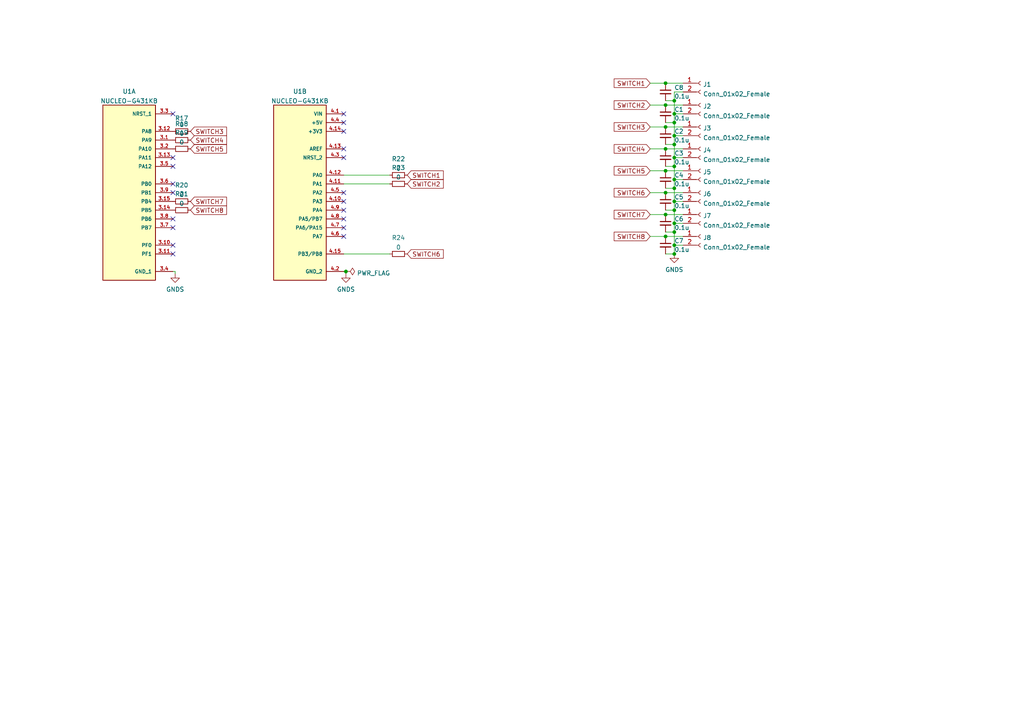
<source format=kicad_sch>
(kicad_sch (version 20230121) (generator eeschema)
  (paper "A4")
  (lib_symbols
    (symbol "Connector:Conn_01x02_Female" (pin_names (offset 1.016) hide)
      (property "Reference" "J" (at 0 2.54 0))
      (property "Value" "Conn_01x02_Female" (at 0 -5.08 0))
      (symbol "Conn_01x02_Female_1_1"
        (arc (start 0 -2.032) (mid -0.5058 -2.54) (end 0 -3.048) (stroke (width 0.1524)))
        (polyline (pts (xy -1.27 -2.54) (xy -0.508 -2.54)) (stroke (width 0.1524)))
        (polyline (pts (xy -1.27 0) (xy -0.508 0)) (stroke (width 0.1524)))
        (arc (start 0 0.508) (mid -0.5058 0) (end 0 -0.508) (stroke (width 0.1524)))
        (pin passive line (at -5.08 0 0) (length 3.81) (name "Pin_1") (number "1"))
        (pin passive line (at -5.08 -2.54 0) (length 3.81) (name "Pin_2") (number "2"))
      )
    )
    (symbol "Device:C_Small" (pin_numbers hide) (pin_names (offset 0.254) hide)
      (property "Reference" "C" (at 0.254 1.778 0))
      (property "Value" "C_Small" (at 0.254 -2.032 0))
      (symbol "C_Small_0_1"
        (polyline (pts (xy -1.524 -0.508) (xy 1.524 -0.508)) (stroke (width 0.3302)))
        (polyline (pts (xy -1.524 0.508) (xy 1.524 0.508)) (stroke (width 0.3048)))
      )
      (symbol "C_Small_1_1"
        (pin passive line (at 0 2.54 270) (length 2.032) (name "~") (number "1"))
        (pin passive line (at 0 -2.54 90) (length 2.032) (name "~") (number "2"))
      )
    )
    (symbol "Device:R_Small" (pin_numbers hide) (pin_names (offset 0.254) hide)
      (property "Reference" "R" (at 0.762 0.508 0))
      (property "Value" "R_Small" (at 0.762 -1.016 0))
      (symbol "R_Small_0_1"
        (rectangle (start -0.762 1.778) (end 0.762 -1.778) (stroke (width 0.2032)))
      )
      (symbol "R_Small_1_1"
        (pin passive line (at 0 2.54 270) (length 0.762) (name "~") (number "1"))
        (pin passive line (at 0 -2.54 90) (length 0.762) (name "~") (number "2"))
      )
    )
    (symbol "NUCLEO-G431KB:NUCLEO-G431KB" (pin_names (offset 1.016))
      (property "Reference" "U1" (at 0 29.3665 0))
      (property "Value" "NUCLEO-G431KB" (at 0 26.5914 0))
      (symbol "NUCLEO-G431KB_1_0"
        (rectangle (start -7.62 25.4) (end 7.62 -25.4) (stroke (width 0.254)) (fill (type background)))
        (pin bidirectional line (at 12.7 15.24 180) (length 5.08) (name "PA9") (number "3.1"))
        (pin bidirectional line (at 12.7 -15.24 180) (length 5.08) (name "PF0") (number "3.10"))
        (pin bidirectional line (at 12.7 -17.78 180) (length 5.08) (name "PF1") (number "3.11"))
        (pin bidirectional line (at 12.7 17.78 180) (length 5.08) (name "PA8") (number "3.12"))
        (pin bidirectional line (at 12.7 10.16 180) (length 5.08) (name "PA11") (number "3.13"))
        (pin bidirectional line (at 12.7 -5.08 180) (length 5.08) (name "PB5") (number "3.14"))
        (pin bidirectional line (at 12.7 -2.54 180) (length 5.08) (name "PB4") (number "3.15"))
        (pin bidirectional line (at 12.7 12.7 180) (length 5.08) (name "PA10") (number "3.2"))
        (pin bidirectional line (at 12.7 22.86 180) (length 5.08) (name "NRST_1") (number "3.3"))
        (pin power_in line (at 12.7 -22.86 180) (length 5.08) (name "GND_1") (number "3.4"))
        (pin bidirectional line (at 12.7 7.62 180) (length 5.08) (name "PA12") (number "3.5"))
        (pin bidirectional line (at 12.7 2.54 180) (length 5.08) (name "PB0") (number "3.6"))
        (pin bidirectional line (at 12.7 -10.16 180) (length 5.08) (name "PB7") (number "3.7"))
        (pin bidirectional line (at 12.7 -7.62 180) (length 5.08) (name "PB6") (number "3.8"))
        (pin bidirectional line (at 12.7 0 180) (length 5.08) (name "PB1") (number "3.9"))
      )
      (symbol "NUCLEO-G431KB_2_0"
        (rectangle (start -7.62 -25.4) (end 7.62 25.4) (stroke (width 0.254)) (fill (type background)))
        (pin power_in line (at 12.7 22.86 180) (length 5.08) (name "VIN") (number "4.1"))
        (pin bidirectional line (at 12.7 -2.54 180) (length 5.08) (name "PA3") (number "4.10"))
        (pin bidirectional line (at 12.7 2.54 180) (length 5.08) (name "PA1") (number "4.11"))
        (pin bidirectional line (at 12.7 5.08 180) (length 5.08) (name "PA0") (number "4.12"))
        (pin bidirectional line (at 12.7 12.7 180) (length 5.08) (name "AREF") (number "4.13"))
        (pin power_in line (at 12.7 17.78 180) (length 5.08) (name "+3V3") (number "4.14"))
        (pin bidirectional line (at 12.7 -17.78 180) (length 5.08) (name "PB3/PB8") (number "4.15"))
        (pin power_in line (at 12.7 -22.86 180) (length 5.08) (name "GND_2") (number "4.2"))
        (pin bidirectional line (at 12.7 10.16 180) (length 5.08) (name "NRST_2") (number "4.3"))
        (pin power_in line (at 12.7 20.32 180) (length 5.08) (name "+5V") (number "4.4"))
        (pin bidirectional line (at 12.7 0 180) (length 5.08) (name "PA2") (number "4.5"))
        (pin bidirectional line (at 12.7 -12.7 180) (length 5.08) (name "PA7") (number "4.6"))
        (pin bidirectional line (at 12.7 -10.16 180) (length 5.08) (name "PA6/PA15") (number "4.7"))
        (pin bidirectional line (at 12.7 -7.62 180) (length 5.08) (name "PA5/PB7") (number "4.8"))
        (pin bidirectional line (at 12.7 -5.08 180) (length 5.08) (name "PA4") (number "4.9"))
      )
    )
    (symbol "NUCLEO-G431KB_1" (pin_names (offset 1.016))
      (property "Reference" "U1" (at 0 29.3665 0))
      (property "Value" "NUCLEO-G431KB" (at 0 26.5914 0))
      (symbol "NUCLEO-G431KB_1_1_0"
        (rectangle (start -7.62 25.4) (end 7.62 -25.4) (stroke (width 0.254)) (fill (type background)))
        (pin bidirectional line (at 12.7 15.24 180) (length 5.08) (name "PA9") (number "3.1"))
        (pin bidirectional line (at 12.7 -15.24 180) (length 5.08) (name "PF0") (number "3.10"))
        (pin bidirectional line (at 12.7 -17.78 180) (length 5.08) (name "PF1") (number "3.11"))
        (pin bidirectional line (at 12.7 17.78 180) (length 5.08) (name "PA8") (number "3.12"))
        (pin bidirectional line (at 12.7 10.16 180) (length 5.08) (name "PA11") (number "3.13"))
        (pin bidirectional line (at 12.7 -5.08 180) (length 5.08) (name "PB5") (number "3.14"))
        (pin bidirectional line (at 12.7 -2.54 180) (length 5.08) (name "PB4") (number "3.15"))
        (pin bidirectional line (at 12.7 12.7 180) (length 5.08) (name "PA10") (number "3.2"))
        (pin bidirectional line (at 12.7 22.86 180) (length 5.08) (name "NRST_1") (number "3.3"))
        (pin power_in line (at 12.7 -22.86 180) (length 5.08) (name "GND_1") (number "3.4"))
        (pin bidirectional line (at 12.7 7.62 180) (length 5.08) (name "PA12") (number "3.5"))
        (pin bidirectional line (at 12.7 2.54 180) (length 5.08) (name "PB0") (number "3.6"))
        (pin bidirectional line (at 12.7 -10.16 180) (length 5.08) (name "PB7") (number "3.7"))
        (pin bidirectional line (at 12.7 -7.62 180) (length 5.08) (name "PB6") (number "3.8"))
        (pin bidirectional line (at 12.7 0 180) (length 5.08) (name "PB1") (number "3.9"))
      )
      (symbol "NUCLEO-G431KB_1_2_0"
        (rectangle (start -7.62 -25.4) (end 7.62 25.4) (stroke (width 0.254)) (fill (type background)))
        (pin power_in line (at 12.7 22.86 180) (length 5.08) (name "VIN") (number "4.1"))
        (pin bidirectional line (at 12.7 -2.54 180) (length 5.08) (name "PA3") (number "4.10"))
        (pin bidirectional line (at 12.7 2.54 180) (length 5.08) (name "PA1") (number "4.11"))
        (pin bidirectional line (at 12.7 5.08 180) (length 5.08) (name "PA0") (number "4.12"))
        (pin bidirectional line (at 12.7 12.7 180) (length 5.08) (name "AREF") (number "4.13"))
        (pin power_in line (at 12.7 17.78 180) (length 5.08) (name "+3V3") (number "4.14"))
        (pin bidirectional line (at 12.7 -17.78 180) (length 5.08) (name "PB3/PB8") (number "4.15"))
        (pin power_in line (at 12.7 -22.86 180) (length 5.08) (name "GND_2") (number "4.2"))
        (pin bidirectional line (at 12.7 10.16 180) (length 5.08) (name "NRST_2") (number "4.3"))
        (pin power_in line (at 12.7 20.32 180) (length 5.08) (name "+5V") (number "4.4"))
        (pin bidirectional line (at 12.7 0 180) (length 5.08) (name "PA2") (number "4.5"))
        (pin bidirectional line (at 12.7 -12.7 180) (length 5.08) (name "PA7") (number "4.6"))
        (pin bidirectional line (at 12.7 -10.16 180) (length 5.08) (name "PA6/PA15") (number "4.7"))
        (pin bidirectional line (at 12.7 -7.62 180) (length 5.08) (name "PA5/PB7") (number "4.8"))
        (pin bidirectional line (at 12.7 -5.08 180) (length 5.08) (name "PA4") (number "4.9"))
      )
    )
    (symbol "power:GNDS" (power) (pin_names (offset 0))
      (property "Value" "GNDS" (at 0 -3.81 0))
      (symbol "GNDS_0_1"
        (polyline (pts (xy 0 0) (xy 0 -1.27) (xy 1.27 -1.27) (xy 0 -2.54) (xy -1.27 -1.27) (xy 0 -1.27)))
      )
      (symbol "GNDS_1_1"
        (pin power_in line (at 0 0 270) (length 0) hide (name "GNDS") (number "1"))
      )
    )
    (symbol "power:PWR_FLAG" (power) (pin_numbers hide) (pin_names (offset 0) hide)
      (property "Value" "PWR_FLAG" (at 0 3.81 0))
      (symbol "PWR_FLAG_0_0"
        (pin power_out line (at 0 0 90) (length 0) (name "pwr") (number "1"))
      )
      (symbol "PWR_FLAG_0_1"
        (polyline (pts (xy 0 0) (xy 0 1.27) (xy -1.016 1.905) (xy 0 2.54) (xy 1.016 1.905) (xy 0 1.27)))
      )
    )
  )
  (junction (at 195.58 29.21))
  (junction (at 195.58 41.91))
  (junction (at 195.58 52.07))
  (junction (at 195.58 45.72))
  (junction (at 195.58 33.02))
  (junction (at 193.04 43.18))
  (junction (at 195.58 60.96))
  (junction (at 195.58 64.77))
  (junction (at 195.58 73.66))
  (junction (at 195.58 35.56))
  (junction (at 195.58 71.12))
  (junction (at 193.04 49.53))
  (junction (at 193.04 30.48))
  (junction (at 195.58 48.26))
  (junction (at 193.04 36.83))
  (junction (at 195.58 67.31))
  (junction (at 195.58 39.37))
  (junction (at 195.58 54.61))
  (junction (at 193.04 24.13))
  (junction (at 193.04 68.58))
  (junction (at 195.58 58.42))
  (junction (at 100.33 78.74))
  (junction (at 193.04 62.23))
  (junction (at 193.04 55.88))
  (no_connect (at 99.695 45.72))
  (no_connect (at 99.695 43.18))
  (no_connect (at 50.165 45.72))
  (no_connect (at 50.165 33.02))
  (no_connect (at 50.165 53.34))
  (no_connect (at 50.165 55.88))
  (no_connect (at 50.165 63.5))
  (no_connect (at 50.165 66.04))
  (no_connect (at 50.165 48.26))
  (no_connect (at 50.165 71.12))
  (no_connect (at 50.165 73.66))
  (no_connect (at 99.695 35.56))
  (no_connect (at 99.695 38.1))
  (no_connect (at 99.695 33.02))
  (no_connect (at 99.695 63.5))
  (no_connect (at 99.695 68.58))
  (no_connect (at 99.695 60.96))
  (no_connect (at 99.695 66.04))
  (no_connect (at 99.695 55.88))
  (no_connect (at 99.695 58.42))
  (wire (pts (xy 198.12 26.67) (xy 195.58 26.67)))
  (wire (pts (xy 195.58 39.37) (xy 198.12 39.37)))
  (wire (pts (xy 193.04 60.96) (xy 195.58 60.96)))
  (wire (pts (xy 113.03 50.8) (xy 99.695 50.8)))
  (wire (pts (xy 193.04 62.23) (xy 198.12 62.23)))
  (wire (pts (xy 188.595 49.53) (xy 193.04 49.53)))
  (wire (pts (xy 193.04 35.56) (xy 195.58 35.56)))
  (wire (pts (xy 195.58 64.77) (xy 195.58 67.31)))
  (wire (pts (xy 195.58 60.96) (xy 195.58 64.77)))
  (wire (pts (xy 188.595 62.23) (xy 193.04 62.23)))
  (wire (pts (xy 193.04 36.83) (xy 198.12 36.83)))
  (wire (pts (xy 195.58 29.21) (xy 195.58 33.02)))
  (wire (pts (xy 195.58 26.67) (xy 195.58 29.21)))
  (wire (pts (xy 195.58 52.07) (xy 195.58 54.61)))
  (wire (pts (xy 188.595 68.58) (xy 193.04 68.58)))
  (wire (pts (xy 195.58 33.02) (xy 198.12 33.02)))
  (wire (pts (xy 195.58 48.26) (xy 195.58 52.07)))
  (wire (pts (xy 195.58 71.12) (xy 195.58 73.66)))
  (wire (pts (xy 188.595 43.18) (xy 193.04 43.18)))
  (wire (pts (xy 100.33 78.74) (xy 100.33 79.375)))
  (wire (pts (xy 193.04 54.61) (xy 195.58 54.61)))
  (wire (pts (xy 195.58 71.12) (xy 198.12 71.12)))
  (wire (pts (xy 195.58 45.72) (xy 195.58 48.26)))
  (wire (pts (xy 113.03 73.66) (xy 99.695 73.66)))
  (wire (pts (xy 195.58 67.31) (xy 195.58 71.12)))
  (wire (pts (xy 188.595 36.83) (xy 193.04 36.83)))
  (wire (pts (xy 195.58 64.77) (xy 198.12 64.77)))
  (wire (pts (xy 193.04 67.31) (xy 195.58 67.31)))
  (wire (pts (xy 195.58 45.72) (xy 198.12 45.72)))
  (wire (pts (xy 99.695 78.74) (xy 100.33 78.74)))
  (wire (pts (xy 193.04 24.13) (xy 198.12 24.13)))
  (wire (pts (xy 50.165 78.74) (xy 50.8 78.74)))
  (wire (pts (xy 195.58 41.91) (xy 195.58 45.72)))
  (wire (pts (xy 188.595 55.88) (xy 193.04 55.88)))
  (wire (pts (xy 193.04 43.18) (xy 198.12 43.18)))
  (wire (pts (xy 195.58 33.02) (xy 195.58 35.56)))
  (wire (pts (xy 193.04 48.26) (xy 195.58 48.26)))
  (wire (pts (xy 193.04 49.53) (xy 198.12 49.53)))
  (wire (pts (xy 113.03 53.34) (xy 99.695 53.34)))
  (wire (pts (xy 193.04 30.48) (xy 198.12 30.48)))
  (wire (pts (xy 195.58 73.66) (xy 193.04 73.66)))
  (wire (pts (xy 193.04 68.58) (xy 198.12 68.58)))
  (wire (pts (xy 195.58 54.61) (xy 195.58 58.42)))
  (wire (pts (xy 50.8 78.74) (xy 50.8 79.375)))
  (wire (pts (xy 188.595 30.48) (xy 193.04 30.48)))
  (wire (pts (xy 193.04 55.88) (xy 198.12 55.88)))
  (wire (pts (xy 188.595 24.13) (xy 193.04 24.13)))
  (wire (pts (xy 193.04 41.91) (xy 195.58 41.91)))
  (wire (pts (xy 195.58 52.07) (xy 198.12 52.07)))
  (wire (pts (xy 195.58 35.56) (xy 195.58 39.37)))
  (wire (pts (xy 195.58 58.42) (xy 195.58 60.96)))
  (wire (pts (xy 195.58 39.37) (xy 195.58 41.91)))
  (wire (pts (xy 195.58 58.42) (xy 198.12 58.42)))
  (wire (pts (xy 195.58 29.21) (xy 193.04 29.21)))
  (global_label "SWITCH7" (shape input) (at 188.595 62.23 180) (property "Intersheetrefs" "${INTERSHEET_REFS}" (effects hide)))
  (global_label "SWITCH8" (shape input) (at 55.245 60.96 0) (property "Intersheetrefs" "${INTERSHEET_REFS}" (effects hide)))
  (global_label "SWITCH5" (shape input) (at 188.595 49.53 180) (property "Intersheetrefs" "${INTERSHEET_REFS}" (effects hide)))
  (global_label "SWITCH3" (shape input) (at 188.595 36.83 180) (property "Intersheetrefs" "${INTERSHEET_REFS}" (effects hide)))
  (global_label "SWITCH8" (shape input) (at 188.595 68.58 180) (property "Intersheetrefs" "${INTERSHEET_REFS}" (effects hide)))
  (global_label "SWITCH4" (shape input) (at 55.245 40.64 0) (property "Intersheetrefs" "${INTERSHEET_REFS}" (effects hide)))
  (global_label "SWITCH5" (shape input) (at 55.245 43.18 0) (property "Intersheetrefs" "${INTERSHEET_REFS}" (effects hide)))
  (global_label "SWITCH2" (shape input) (at 118.11 53.34 0) (property "Intersheetrefs" "${INTERSHEET_REFS}" (effects hide)))
  (global_label "SWITCH2" (shape input) (at 188.595 30.48 180) (property "Intersheetrefs" "${INTERSHEET_REFS}" (effects hide)))
  (global_label "SWITCH6" (shape input) (at 188.595 55.88 180) (property "Intersheetrefs" "${INTERSHEET_REFS}" (effects hide)))
  (global_label "SWITCH1" (shape input) (at 118.11 50.8 0) (property "Intersheetrefs" "${INTERSHEET_REFS}" (effects hide)))
  (global_label "SWITCH7" (shape input) (at 55.245 58.42 0) (property "Intersheetrefs" "${INTERSHEET_REFS}" (effects hide)))
  (global_label "SWITCH3" (shape input) (at 55.245 38.1 0) (property "Intersheetrefs" "${INTERSHEET_REFS}" (effects hide)))
  (global_label "SWITCH4" (shape input) (at 188.595 43.18 180) (property "Intersheetrefs" "${INTERSHEET_REFS}" (effects hide)))
  (global_label "SWITCH6" (shape input) (at 118.11 73.66 0) (property "Intersheetrefs" "${INTERSHEET_REFS}" (effects hide)))
  (global_label "SWITCH1" (shape input) (at 188.595 24.13 180) (property "Intersheetrefs" "${INTERSHEET_REFS}" (effects hide)))
  (symbol (lib_id "Device:C_Small") (at 193.04 26.67 0) (unit 1)
    (property "Reference" "C8" (at 195.58 25.4063 0) (effects (justify left)))
    (property "Value" "0.1u" (at 195.58 27.9463 0) (effects (justify left)))
    (property "Footprint" "Capacitor_SMD:C_0603_1608Metric" (effects hide))
  )
  (symbol (lib_id "Device:C_Small") (at 193.04 71.12 0) (unit 1)
    (property "Reference" "C7" (at 195.58 69.8563 0) (effects (justify left)))
    (property "Value" "0.1u" (at 195.58 72.3963 0) (effects (justify left)))
    (property "Footprint" "Capacitor_SMD:C_0603_1608Metric" (effects hide))
  )
  (symbol (lib_id "Connector:Conn_01x02_Female") (at 203.2 68.58 0) (unit 1)
    (property "Reference" "J8" (at 203.9112 68.9415 0) (effects (justify left)))
    (property "Value" "Conn_01x02_Female" (at 203.9112 71.7166 0) (effects (justify left)))
    (property "Footprint" "Connector_JST:JST_XA_S02B-XASK-1_1x02_P2.50mm_Horizontal" (effects hide))
  )
  (symbol (lib_id "Device:C_Small") (at 193.04 39.37 0) (unit 1)
    (property "Reference" "C2" (at 195.58 38.1063 0) (effects (justify left)))
    (property "Value" "0.1u" (at 195.58 40.6463 0) (effects (justify left)))
    (property "Footprint" "Capacitor_SMD:C_0603_1608Metric" (effects hide))
  )
  (symbol (lib_id "Connector:Conn_01x02_Female") (at 203.2 55.88 0) (unit 1)
    (property "Reference" "J6" (at 203.9112 56.2415 0) (effects (justify left)))
    (property "Value" "Conn_01x02_Female" (at 203.9112 59.0166 0) (effects (justify left)))
    (property "Footprint" "Connector_JST:JST_XA_S02B-XASK-1_1x02_P2.50mm_Horizontal" (effects hide))
  )
  (symbol (lib_id "power:PWR_FLAG") (at 100.33 78.74 270) (unit 1)
    (property "Reference" "#FLG03" (effects hide))
    (property "Value" "PWR_FLAG" (at 103.505 79.219 90) (effects (justify left)))
  )
  (symbol (lib_id "power:GNDS") (at 50.8 79.375 0) (unit 1)
    (property "Reference" "#PWR01" (effects hide))
    (property "Value" "GNDS" (at 50.8 83.9375 0))
  )
  (symbol (lib_id "Device:R_Small") (at 115.57 50.8 90) (unit 1)
    (property "Reference" "R22" (at 115.57 46.0969 90))
    (property "Value" "0" (at 115.57 48.872 90))
    (property "Footprint" "Resistor_SMD:R_0603_1608Metric" (effects hide))
  )
  (symbol (lib_id "Device:R_Small") (at 52.705 60.96 90) (unit 1)
    (property "Reference" "R21" (at 52.705 56.2569 90))
    (property "Value" "0" (at 52.705 59.032 90))
    (property "Footprint" "Resistor_SMD:R_0603_1608Metric" (effects hide))
  )
  (symbol (lib_id "Device:R_Small") (at 115.57 53.34 90) (unit 1)
    (property "Reference" "R23" (at 115.57 48.6369 90))
    (property "Value" "0" (at 115.57 51.412 90))
    (property "Footprint" "Resistor_SMD:R_0603_1608Metric" (effects hide))
  )
  (symbol (lib_id "Connector:Conn_01x02_Female") (at 203.2 43.18 0) (unit 1)
    (property "Reference" "J4" (at 203.9112 43.5415 0) (effects (justify left)))
    (property "Value" "Conn_01x02_Female" (at 203.9112 46.3166 0) (effects (justify left)))
    (property "Footprint" "Connector_JST:JST_XA_S02B-XASK-1_1x02_P2.50mm_Horizontal" (effects hide))
  )
  (symbol (lib_id "Connector:Conn_01x02_Female") (at 203.2 30.48 0) (unit 1)
    (property "Reference" "J2" (at 203.9112 30.8415 0) (effects (justify left)))
    (property "Value" "Conn_01x02_Female" (at 203.9112 33.6166 0) (effects (justify left)))
    (property "Footprint" "Connector_JST:JST_XA_S02B-XASK-1_1x02_P2.50mm_Horizontal" (effects hide))
  )
  (symbol (lib_id "Connector:Conn_01x02_Female") (at 203.2 36.83 0) (unit 1)
    (property "Reference" "J3" (at 203.9112 37.1915 0) (effects (justify left)))
    (property "Value" "Conn_01x02_Female" (at 203.9112 39.9666 0) (effects (justify left)))
    (property "Footprint" "Connector_JST:JST_XA_S02B-XASK-1_1x02_P2.50mm_Horizontal" (effects hide))
  )
  (symbol (lib_id "Device:C_Small") (at 193.04 64.77 0) (unit 1)
    (property "Reference" "C6" (at 195.58 63.5063 0) (effects (justify left)))
    (property "Value" "0.1u" (at 195.58 66.0463 0) (effects (justify left)))
    (property "Footprint" "Capacitor_SMD:C_0603_1608Metric" (effects hide))
  )
  (symbol (lib_id "Device:R_Small") (at 52.705 43.18 90) (unit 1)
    (property "Reference" "R19" (at 52.705 38.4769 90))
    (property "Value" "0" (at 52.705 41.252 90))
    (property "Footprint" "Resistor_SMD:R_0603_1608Metric" (effects hide))
  )
  (symbol (lib_id "Device:C_Small") (at 193.04 58.42 0) (unit 1)
    (property "Reference" "C5" (at 195.58 57.1563 0) (effects (justify left)))
    (property "Value" "0.1u" (at 195.58 59.6963 0) (effects (justify left)))
    (property "Footprint" "Capacitor_SMD:C_0603_1608Metric" (effects hide))
  )
  (symbol (lib_id "power:GNDS") (at 100.33 79.375 0) (unit 1)
    (property "Reference" "#PWR02" (effects hide))
    (property "Value" "GNDS" (at 100.33 83.9375 0))
  )
  (symbol (lib_id "Connector:Conn_01x02_Female") (at 203.2 49.53 0) (unit 1)
    (property "Reference" "J5" (at 203.9112 49.8915 0) (effects (justify left)))
    (property "Value" "Conn_01x02_Female" (at 203.9112 52.6666 0) (effects (justify left)))
    (property "Footprint" "Connector_JST:JST_XA_S02B-XASK-1_1x02_P2.50mm_Horizontal" (effects hide))
  )
  (symbol (lib_id "Device:R_Small") (at 52.705 40.64 90) (unit 1)
    (property "Reference" "R18" (at 52.705 35.9369 90))
    (property "Value" "0" (at 52.705 38.712 90))
    (property "Footprint" "Resistor_SMD:R_0603_1608Metric" (effects hide))
  )
  (symbol (lib_id "power:GNDS") (at 195.58 73.66 0) (unit 1)
    (property "Reference" "#PWR05" (effects hide))
    (property "Value" "GNDS" (at 195.58 78.2225 0))
  )
  (symbol (lib_id "Device:R_Small") (at 52.705 38.1 90) (unit 1)
    (property "Reference" "R17" (at 52.705 34.29 90))
    (property "Value" "0" (at 52.705 36.172 90))
    (property "Footprint" "Resistor_SMD:R_0603_1608Metric" (effects hide))
  )
  (symbol (lib_id "Device:R_Small") (at 52.705 58.42 90) (unit 1)
    (property "Reference" "R20" (at 52.705 53.7169 90))
    (property "Value" "0" (at 52.705 56.492 90))
    (property "Footprint" "Resistor_SMD:R_0603_1608Metric" (effects hide))
  )
  (symbol (lib_id "Connector:Conn_01x02_Female") (at 203.2 24.13 0) (unit 1)
    (property "Reference" "J1" (at 203.9112 24.4915 0) (effects (justify left)))
    (property "Value" "Conn_01x02_Female" (at 203.9112 27.2666 0) (effects (justify left)))
    (property "Footprint" "Connector_JST:JST_XA_S02B-XASK-1_1x02_P2.50mm_Horizontal" (effects hide))
  )
  (symbol (lib_id "Device:C_Small") (at 193.04 52.07 0) (unit 1)
    (property "Reference" "C4" (at 195.58 50.8063 0) (effects (justify left)))
    (property "Value" "0.1u" (at 195.58 53.3463 0) (effects (justify left)))
    (property "Footprint" "Capacitor_SMD:C_0603_1608Metric" (effects hide))
  )
  (symbol (lib_id "Device:C_Small") (at 193.04 33.02 0) (unit 1)
    (property "Reference" "C1" (at 195.58 31.7563 0) (effects (justify left)))
    (property "Value" "0.1u" (at 195.58 34.2963 0) (effects (justify left)))
    (property "Footprint" "Capacitor_SMD:C_0603_1608Metric" (effects hide))
  )
  (symbol (lib_id "Device:R_Small") (at 115.57 73.66 90) (unit 1)
    (property "Reference" "R24" (at 115.57 68.9569 90))
    (property "Value" "0" (at 115.57 71.732 90))
    (property "Footprint" "Resistor_SMD:R_0603_1608Metric" (effects hide))
  )
  (symbol (lib_id "Device:C_Small") (at 193.04 45.72 0) (unit 1)
    (property "Reference" "C3" (at 195.58 44.4563 0) (effects (justify left)))
    (property "Value" "0.1u" (at 195.58 46.9963 0) (effects (justify left)))
    (property "Footprint" "Capacitor_SMD:C_0603_1608Metric" (effects hide))
  )
  (symbol (lib_name "NUCLEO-G431KB_1") (lib_id "NUCLEO-G431KB:NUCLEO-G431KB") (at 86.995 55.88 0) (unit 2)
    (property "Reference" "U1" (at 86.995 26.5135 0))
    (property "Value" "NUCLEO-G431KB" (at 86.995 29.2886 0))
    (property "Footprint" "Connector_PinSocket_2.54mm:MODULE_NUCLEO-G431" (effects hide))
    (property "STANDARD" "Manufacturer Recommendations" (effects hide))
    (property "MAXIMUM_PACKAGE_HEIGHT" "N/A" (effects hide))
    (property "PARTREV" "5" (effects hide))
    (property "MANUFACTURER" "STMicroelectronics" (effects hide))
    (property "SNAPEDA_PN" "NUCLEO-G431KB" (effects hide))
  )
  (symbol (lib_id "Connector:Conn_01x02_Female") (at 203.2 62.23 0) (unit 1)
    (property "Reference" "J7" (at 203.9112 62.5915 0) (effects (justify left)))
    (property "Value" "Conn_01x02_Female" (at 203.9112 65.3666 0) (effects (justify left)))
    (property "Footprint" "Connector_JST:JST_XA_S02B-XASK-1_1x02_P2.50mm_Horizontal" (effects hide))
  )
  (symbol (lib_id "NUCLEO-G431KB:NUCLEO-G431KB") (at 37.465 55.88 0) (unit 1)
    (property "Reference" "U1" (at 37.465 26.5135 0))
    (property "Value" "NUCLEO-G431KB" (at 37.465 29.2886 0))
    (property "Footprint" "Connector_PinSocket_2.54mm:MODULE_NUCLEO-G431" (effects hide))
    (property "STANDARD" "Manufacturer Recommendations" (effects hide))
    (property "MAXIMUM_PACKAGE_HEIGHT" "N/A" (effects hide))
    (property "PARTREV" "5" (effects hide))
    (property "MANUFACTURER" "STMicroelectronics" (effects hide))
    (property "SNAPEDA_PN" "NUCLEO-G431KB" (effects hide))
  )
)
</source>
